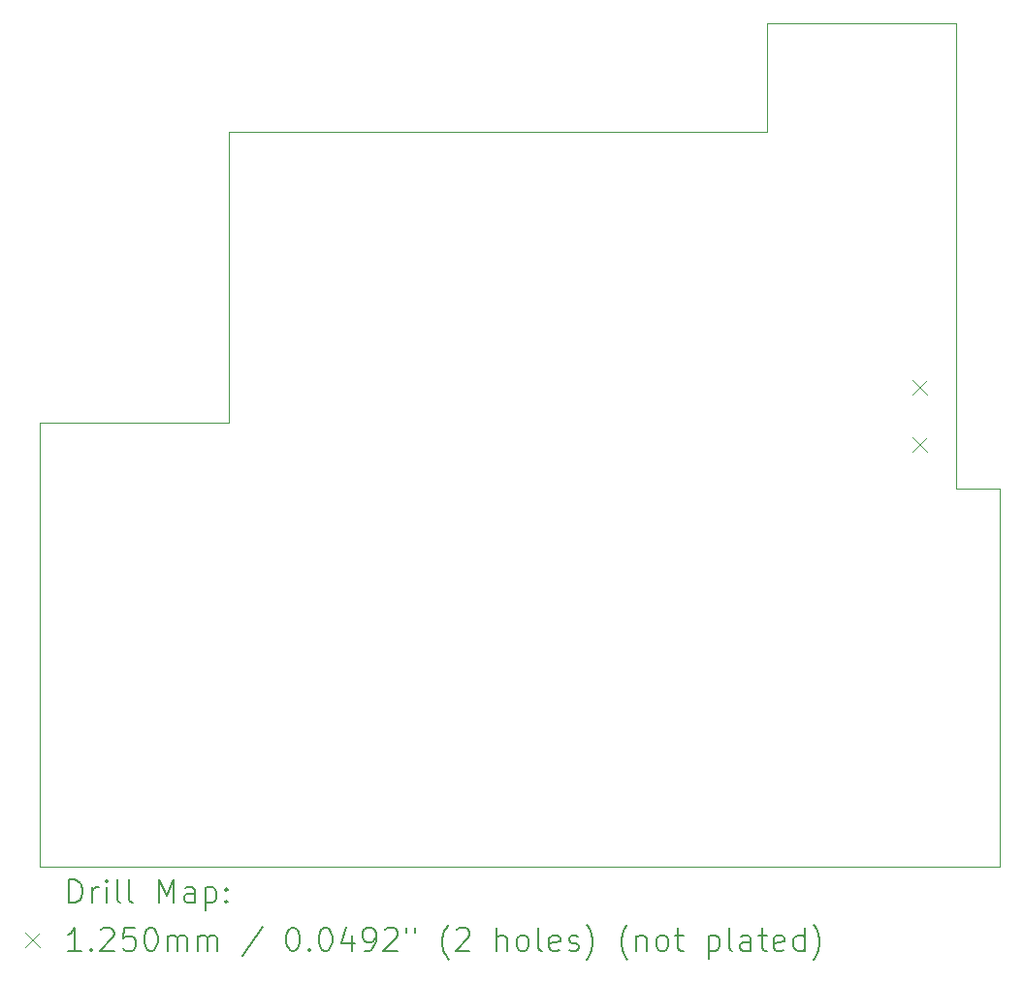
<source format=gbr>
%TF.GenerationSoftware,KiCad,Pcbnew,8.0.3*%
%TF.CreationDate,2024-10-26T03:20:41-07:00*%
%TF.ProjectId,test,74657374-2e6b-4696-9361-645f70636258,rev?*%
%TF.SameCoordinates,Original*%
%TF.FileFunction,Drillmap*%
%TF.FilePolarity,Positive*%
%FSLAX45Y45*%
G04 Gerber Fmt 4.5, Leading zero omitted, Abs format (unit mm)*
G04 Created by KiCad (PCBNEW 8.0.3) date 2024-10-26 03:20:41*
%MOMM*%
%LPD*%
G01*
G04 APERTURE LIST*
%ADD10C,0.050000*%
%ADD11C,0.200000*%
%ADD12C,0.125000*%
G04 APERTURE END LIST*
D10*
X20383500Y-10477500D02*
X20764500Y-10477500D01*
X20764500Y-13779500D01*
X12382500Y-13779500D01*
X12382500Y-9906000D01*
X14033500Y-9906000D01*
X14033500Y-7366000D01*
X18732500Y-7366000D01*
X18732500Y-6413500D01*
X20383500Y-6413500D01*
X20383500Y-10477500D01*
D11*
D12*
X20003500Y-9530000D02*
X20128500Y-9655000D01*
X20128500Y-9530000D02*
X20003500Y-9655000D01*
X20003500Y-10030000D02*
X20128500Y-10155000D01*
X20128500Y-10030000D02*
X20003500Y-10155000D01*
D11*
X12640777Y-14093484D02*
X12640777Y-13893484D01*
X12640777Y-13893484D02*
X12688396Y-13893484D01*
X12688396Y-13893484D02*
X12716967Y-13903008D01*
X12716967Y-13903008D02*
X12736015Y-13922055D01*
X12736015Y-13922055D02*
X12745539Y-13941103D01*
X12745539Y-13941103D02*
X12755062Y-13979198D01*
X12755062Y-13979198D02*
X12755062Y-14007769D01*
X12755062Y-14007769D02*
X12745539Y-14045865D01*
X12745539Y-14045865D02*
X12736015Y-14064912D01*
X12736015Y-14064912D02*
X12716967Y-14083960D01*
X12716967Y-14083960D02*
X12688396Y-14093484D01*
X12688396Y-14093484D02*
X12640777Y-14093484D01*
X12840777Y-14093484D02*
X12840777Y-13960150D01*
X12840777Y-13998246D02*
X12850301Y-13979198D01*
X12850301Y-13979198D02*
X12859824Y-13969674D01*
X12859824Y-13969674D02*
X12878872Y-13960150D01*
X12878872Y-13960150D02*
X12897920Y-13960150D01*
X12964586Y-14093484D02*
X12964586Y-13960150D01*
X12964586Y-13893484D02*
X12955062Y-13903008D01*
X12955062Y-13903008D02*
X12964586Y-13912531D01*
X12964586Y-13912531D02*
X12974110Y-13903008D01*
X12974110Y-13903008D02*
X12964586Y-13893484D01*
X12964586Y-13893484D02*
X12964586Y-13912531D01*
X13088396Y-14093484D02*
X13069348Y-14083960D01*
X13069348Y-14083960D02*
X13059824Y-14064912D01*
X13059824Y-14064912D02*
X13059824Y-13893484D01*
X13193158Y-14093484D02*
X13174110Y-14083960D01*
X13174110Y-14083960D02*
X13164586Y-14064912D01*
X13164586Y-14064912D02*
X13164586Y-13893484D01*
X13421729Y-14093484D02*
X13421729Y-13893484D01*
X13421729Y-13893484D02*
X13488396Y-14036341D01*
X13488396Y-14036341D02*
X13555062Y-13893484D01*
X13555062Y-13893484D02*
X13555062Y-14093484D01*
X13736015Y-14093484D02*
X13736015Y-13988722D01*
X13736015Y-13988722D02*
X13726491Y-13969674D01*
X13726491Y-13969674D02*
X13707443Y-13960150D01*
X13707443Y-13960150D02*
X13669348Y-13960150D01*
X13669348Y-13960150D02*
X13650301Y-13969674D01*
X13736015Y-14083960D02*
X13716967Y-14093484D01*
X13716967Y-14093484D02*
X13669348Y-14093484D01*
X13669348Y-14093484D02*
X13650301Y-14083960D01*
X13650301Y-14083960D02*
X13640777Y-14064912D01*
X13640777Y-14064912D02*
X13640777Y-14045865D01*
X13640777Y-14045865D02*
X13650301Y-14026817D01*
X13650301Y-14026817D02*
X13669348Y-14017293D01*
X13669348Y-14017293D02*
X13716967Y-14017293D01*
X13716967Y-14017293D02*
X13736015Y-14007769D01*
X13831253Y-13960150D02*
X13831253Y-14160150D01*
X13831253Y-13969674D02*
X13850301Y-13960150D01*
X13850301Y-13960150D02*
X13888396Y-13960150D01*
X13888396Y-13960150D02*
X13907443Y-13969674D01*
X13907443Y-13969674D02*
X13916967Y-13979198D01*
X13916967Y-13979198D02*
X13926491Y-13998246D01*
X13926491Y-13998246D02*
X13926491Y-14055388D01*
X13926491Y-14055388D02*
X13916967Y-14074436D01*
X13916967Y-14074436D02*
X13907443Y-14083960D01*
X13907443Y-14083960D02*
X13888396Y-14093484D01*
X13888396Y-14093484D02*
X13850301Y-14093484D01*
X13850301Y-14093484D02*
X13831253Y-14083960D01*
X14012205Y-14074436D02*
X14021729Y-14083960D01*
X14021729Y-14083960D02*
X14012205Y-14093484D01*
X14012205Y-14093484D02*
X14002682Y-14083960D01*
X14002682Y-14083960D02*
X14012205Y-14074436D01*
X14012205Y-14074436D02*
X14012205Y-14093484D01*
X14012205Y-13969674D02*
X14021729Y-13979198D01*
X14021729Y-13979198D02*
X14012205Y-13988722D01*
X14012205Y-13988722D02*
X14002682Y-13979198D01*
X14002682Y-13979198D02*
X14012205Y-13969674D01*
X14012205Y-13969674D02*
X14012205Y-13988722D01*
D12*
X12255000Y-14359500D02*
X12380000Y-14484500D01*
X12380000Y-14359500D02*
X12255000Y-14484500D01*
D11*
X12745539Y-14513484D02*
X12631253Y-14513484D01*
X12688396Y-14513484D02*
X12688396Y-14313484D01*
X12688396Y-14313484D02*
X12669348Y-14342055D01*
X12669348Y-14342055D02*
X12650301Y-14361103D01*
X12650301Y-14361103D02*
X12631253Y-14370627D01*
X12831253Y-14494436D02*
X12840777Y-14503960D01*
X12840777Y-14503960D02*
X12831253Y-14513484D01*
X12831253Y-14513484D02*
X12821729Y-14503960D01*
X12821729Y-14503960D02*
X12831253Y-14494436D01*
X12831253Y-14494436D02*
X12831253Y-14513484D01*
X12916967Y-14332531D02*
X12926491Y-14323008D01*
X12926491Y-14323008D02*
X12945539Y-14313484D01*
X12945539Y-14313484D02*
X12993158Y-14313484D01*
X12993158Y-14313484D02*
X13012205Y-14323008D01*
X13012205Y-14323008D02*
X13021729Y-14332531D01*
X13021729Y-14332531D02*
X13031253Y-14351579D01*
X13031253Y-14351579D02*
X13031253Y-14370627D01*
X13031253Y-14370627D02*
X13021729Y-14399198D01*
X13021729Y-14399198D02*
X12907443Y-14513484D01*
X12907443Y-14513484D02*
X13031253Y-14513484D01*
X13212205Y-14313484D02*
X13116967Y-14313484D01*
X13116967Y-14313484D02*
X13107443Y-14408722D01*
X13107443Y-14408722D02*
X13116967Y-14399198D01*
X13116967Y-14399198D02*
X13136015Y-14389674D01*
X13136015Y-14389674D02*
X13183634Y-14389674D01*
X13183634Y-14389674D02*
X13202682Y-14399198D01*
X13202682Y-14399198D02*
X13212205Y-14408722D01*
X13212205Y-14408722D02*
X13221729Y-14427769D01*
X13221729Y-14427769D02*
X13221729Y-14475388D01*
X13221729Y-14475388D02*
X13212205Y-14494436D01*
X13212205Y-14494436D02*
X13202682Y-14503960D01*
X13202682Y-14503960D02*
X13183634Y-14513484D01*
X13183634Y-14513484D02*
X13136015Y-14513484D01*
X13136015Y-14513484D02*
X13116967Y-14503960D01*
X13116967Y-14503960D02*
X13107443Y-14494436D01*
X13345539Y-14313484D02*
X13364586Y-14313484D01*
X13364586Y-14313484D02*
X13383634Y-14323008D01*
X13383634Y-14323008D02*
X13393158Y-14332531D01*
X13393158Y-14332531D02*
X13402682Y-14351579D01*
X13402682Y-14351579D02*
X13412205Y-14389674D01*
X13412205Y-14389674D02*
X13412205Y-14437293D01*
X13412205Y-14437293D02*
X13402682Y-14475388D01*
X13402682Y-14475388D02*
X13393158Y-14494436D01*
X13393158Y-14494436D02*
X13383634Y-14503960D01*
X13383634Y-14503960D02*
X13364586Y-14513484D01*
X13364586Y-14513484D02*
X13345539Y-14513484D01*
X13345539Y-14513484D02*
X13326491Y-14503960D01*
X13326491Y-14503960D02*
X13316967Y-14494436D01*
X13316967Y-14494436D02*
X13307443Y-14475388D01*
X13307443Y-14475388D02*
X13297920Y-14437293D01*
X13297920Y-14437293D02*
X13297920Y-14389674D01*
X13297920Y-14389674D02*
X13307443Y-14351579D01*
X13307443Y-14351579D02*
X13316967Y-14332531D01*
X13316967Y-14332531D02*
X13326491Y-14323008D01*
X13326491Y-14323008D02*
X13345539Y-14313484D01*
X13497920Y-14513484D02*
X13497920Y-14380150D01*
X13497920Y-14399198D02*
X13507443Y-14389674D01*
X13507443Y-14389674D02*
X13526491Y-14380150D01*
X13526491Y-14380150D02*
X13555063Y-14380150D01*
X13555063Y-14380150D02*
X13574110Y-14389674D01*
X13574110Y-14389674D02*
X13583634Y-14408722D01*
X13583634Y-14408722D02*
X13583634Y-14513484D01*
X13583634Y-14408722D02*
X13593158Y-14389674D01*
X13593158Y-14389674D02*
X13612205Y-14380150D01*
X13612205Y-14380150D02*
X13640777Y-14380150D01*
X13640777Y-14380150D02*
X13659824Y-14389674D01*
X13659824Y-14389674D02*
X13669348Y-14408722D01*
X13669348Y-14408722D02*
X13669348Y-14513484D01*
X13764586Y-14513484D02*
X13764586Y-14380150D01*
X13764586Y-14399198D02*
X13774110Y-14389674D01*
X13774110Y-14389674D02*
X13793158Y-14380150D01*
X13793158Y-14380150D02*
X13821729Y-14380150D01*
X13821729Y-14380150D02*
X13840777Y-14389674D01*
X13840777Y-14389674D02*
X13850301Y-14408722D01*
X13850301Y-14408722D02*
X13850301Y-14513484D01*
X13850301Y-14408722D02*
X13859824Y-14389674D01*
X13859824Y-14389674D02*
X13878872Y-14380150D01*
X13878872Y-14380150D02*
X13907443Y-14380150D01*
X13907443Y-14380150D02*
X13926491Y-14389674D01*
X13926491Y-14389674D02*
X13936015Y-14408722D01*
X13936015Y-14408722D02*
X13936015Y-14513484D01*
X14326491Y-14303960D02*
X14155063Y-14561103D01*
X14583634Y-14313484D02*
X14602682Y-14313484D01*
X14602682Y-14313484D02*
X14621729Y-14323008D01*
X14621729Y-14323008D02*
X14631253Y-14332531D01*
X14631253Y-14332531D02*
X14640777Y-14351579D01*
X14640777Y-14351579D02*
X14650301Y-14389674D01*
X14650301Y-14389674D02*
X14650301Y-14437293D01*
X14650301Y-14437293D02*
X14640777Y-14475388D01*
X14640777Y-14475388D02*
X14631253Y-14494436D01*
X14631253Y-14494436D02*
X14621729Y-14503960D01*
X14621729Y-14503960D02*
X14602682Y-14513484D01*
X14602682Y-14513484D02*
X14583634Y-14513484D01*
X14583634Y-14513484D02*
X14564586Y-14503960D01*
X14564586Y-14503960D02*
X14555063Y-14494436D01*
X14555063Y-14494436D02*
X14545539Y-14475388D01*
X14545539Y-14475388D02*
X14536015Y-14437293D01*
X14536015Y-14437293D02*
X14536015Y-14389674D01*
X14536015Y-14389674D02*
X14545539Y-14351579D01*
X14545539Y-14351579D02*
X14555063Y-14332531D01*
X14555063Y-14332531D02*
X14564586Y-14323008D01*
X14564586Y-14323008D02*
X14583634Y-14313484D01*
X14736015Y-14494436D02*
X14745539Y-14503960D01*
X14745539Y-14503960D02*
X14736015Y-14513484D01*
X14736015Y-14513484D02*
X14726491Y-14503960D01*
X14726491Y-14503960D02*
X14736015Y-14494436D01*
X14736015Y-14494436D02*
X14736015Y-14513484D01*
X14869348Y-14313484D02*
X14888396Y-14313484D01*
X14888396Y-14313484D02*
X14907444Y-14323008D01*
X14907444Y-14323008D02*
X14916967Y-14332531D01*
X14916967Y-14332531D02*
X14926491Y-14351579D01*
X14926491Y-14351579D02*
X14936015Y-14389674D01*
X14936015Y-14389674D02*
X14936015Y-14437293D01*
X14936015Y-14437293D02*
X14926491Y-14475388D01*
X14926491Y-14475388D02*
X14916967Y-14494436D01*
X14916967Y-14494436D02*
X14907444Y-14503960D01*
X14907444Y-14503960D02*
X14888396Y-14513484D01*
X14888396Y-14513484D02*
X14869348Y-14513484D01*
X14869348Y-14513484D02*
X14850301Y-14503960D01*
X14850301Y-14503960D02*
X14840777Y-14494436D01*
X14840777Y-14494436D02*
X14831253Y-14475388D01*
X14831253Y-14475388D02*
X14821729Y-14437293D01*
X14821729Y-14437293D02*
X14821729Y-14389674D01*
X14821729Y-14389674D02*
X14831253Y-14351579D01*
X14831253Y-14351579D02*
X14840777Y-14332531D01*
X14840777Y-14332531D02*
X14850301Y-14323008D01*
X14850301Y-14323008D02*
X14869348Y-14313484D01*
X15107444Y-14380150D02*
X15107444Y-14513484D01*
X15059825Y-14303960D02*
X15012206Y-14446817D01*
X15012206Y-14446817D02*
X15136015Y-14446817D01*
X15221729Y-14513484D02*
X15259825Y-14513484D01*
X15259825Y-14513484D02*
X15278872Y-14503960D01*
X15278872Y-14503960D02*
X15288396Y-14494436D01*
X15288396Y-14494436D02*
X15307444Y-14465865D01*
X15307444Y-14465865D02*
X15316967Y-14427769D01*
X15316967Y-14427769D02*
X15316967Y-14351579D01*
X15316967Y-14351579D02*
X15307444Y-14332531D01*
X15307444Y-14332531D02*
X15297920Y-14323008D01*
X15297920Y-14323008D02*
X15278872Y-14313484D01*
X15278872Y-14313484D02*
X15240777Y-14313484D01*
X15240777Y-14313484D02*
X15221729Y-14323008D01*
X15221729Y-14323008D02*
X15212206Y-14332531D01*
X15212206Y-14332531D02*
X15202682Y-14351579D01*
X15202682Y-14351579D02*
X15202682Y-14399198D01*
X15202682Y-14399198D02*
X15212206Y-14418246D01*
X15212206Y-14418246D02*
X15221729Y-14427769D01*
X15221729Y-14427769D02*
X15240777Y-14437293D01*
X15240777Y-14437293D02*
X15278872Y-14437293D01*
X15278872Y-14437293D02*
X15297920Y-14427769D01*
X15297920Y-14427769D02*
X15307444Y-14418246D01*
X15307444Y-14418246D02*
X15316967Y-14399198D01*
X15393158Y-14332531D02*
X15402682Y-14323008D01*
X15402682Y-14323008D02*
X15421729Y-14313484D01*
X15421729Y-14313484D02*
X15469348Y-14313484D01*
X15469348Y-14313484D02*
X15488396Y-14323008D01*
X15488396Y-14323008D02*
X15497920Y-14332531D01*
X15497920Y-14332531D02*
X15507444Y-14351579D01*
X15507444Y-14351579D02*
X15507444Y-14370627D01*
X15507444Y-14370627D02*
X15497920Y-14399198D01*
X15497920Y-14399198D02*
X15383634Y-14513484D01*
X15383634Y-14513484D02*
X15507444Y-14513484D01*
X15583634Y-14313484D02*
X15583634Y-14351579D01*
X15659825Y-14313484D02*
X15659825Y-14351579D01*
X15955063Y-14589674D02*
X15945539Y-14580150D01*
X15945539Y-14580150D02*
X15926491Y-14551579D01*
X15926491Y-14551579D02*
X15916968Y-14532531D01*
X15916968Y-14532531D02*
X15907444Y-14503960D01*
X15907444Y-14503960D02*
X15897920Y-14456341D01*
X15897920Y-14456341D02*
X15897920Y-14418246D01*
X15897920Y-14418246D02*
X15907444Y-14370627D01*
X15907444Y-14370627D02*
X15916968Y-14342055D01*
X15916968Y-14342055D02*
X15926491Y-14323008D01*
X15926491Y-14323008D02*
X15945539Y-14294436D01*
X15945539Y-14294436D02*
X15955063Y-14284912D01*
X16021729Y-14332531D02*
X16031253Y-14323008D01*
X16031253Y-14323008D02*
X16050301Y-14313484D01*
X16050301Y-14313484D02*
X16097920Y-14313484D01*
X16097920Y-14313484D02*
X16116968Y-14323008D01*
X16116968Y-14323008D02*
X16126491Y-14332531D01*
X16126491Y-14332531D02*
X16136015Y-14351579D01*
X16136015Y-14351579D02*
X16136015Y-14370627D01*
X16136015Y-14370627D02*
X16126491Y-14399198D01*
X16126491Y-14399198D02*
X16012206Y-14513484D01*
X16012206Y-14513484D02*
X16136015Y-14513484D01*
X16374110Y-14513484D02*
X16374110Y-14313484D01*
X16459825Y-14513484D02*
X16459825Y-14408722D01*
X16459825Y-14408722D02*
X16450301Y-14389674D01*
X16450301Y-14389674D02*
X16431253Y-14380150D01*
X16431253Y-14380150D02*
X16402682Y-14380150D01*
X16402682Y-14380150D02*
X16383634Y-14389674D01*
X16383634Y-14389674D02*
X16374110Y-14399198D01*
X16583634Y-14513484D02*
X16564587Y-14503960D01*
X16564587Y-14503960D02*
X16555063Y-14494436D01*
X16555063Y-14494436D02*
X16545539Y-14475388D01*
X16545539Y-14475388D02*
X16545539Y-14418246D01*
X16545539Y-14418246D02*
X16555063Y-14399198D01*
X16555063Y-14399198D02*
X16564587Y-14389674D01*
X16564587Y-14389674D02*
X16583634Y-14380150D01*
X16583634Y-14380150D02*
X16612206Y-14380150D01*
X16612206Y-14380150D02*
X16631253Y-14389674D01*
X16631253Y-14389674D02*
X16640777Y-14399198D01*
X16640777Y-14399198D02*
X16650301Y-14418246D01*
X16650301Y-14418246D02*
X16650301Y-14475388D01*
X16650301Y-14475388D02*
X16640777Y-14494436D01*
X16640777Y-14494436D02*
X16631253Y-14503960D01*
X16631253Y-14503960D02*
X16612206Y-14513484D01*
X16612206Y-14513484D02*
X16583634Y-14513484D01*
X16764587Y-14513484D02*
X16745539Y-14503960D01*
X16745539Y-14503960D02*
X16736015Y-14484912D01*
X16736015Y-14484912D02*
X16736015Y-14313484D01*
X16916968Y-14503960D02*
X16897920Y-14513484D01*
X16897920Y-14513484D02*
X16859825Y-14513484D01*
X16859825Y-14513484D02*
X16840777Y-14503960D01*
X16840777Y-14503960D02*
X16831253Y-14484912D01*
X16831253Y-14484912D02*
X16831253Y-14408722D01*
X16831253Y-14408722D02*
X16840777Y-14389674D01*
X16840777Y-14389674D02*
X16859825Y-14380150D01*
X16859825Y-14380150D02*
X16897920Y-14380150D01*
X16897920Y-14380150D02*
X16916968Y-14389674D01*
X16916968Y-14389674D02*
X16926492Y-14408722D01*
X16926492Y-14408722D02*
X16926492Y-14427769D01*
X16926492Y-14427769D02*
X16831253Y-14446817D01*
X17002682Y-14503960D02*
X17021730Y-14513484D01*
X17021730Y-14513484D02*
X17059825Y-14513484D01*
X17059825Y-14513484D02*
X17078873Y-14503960D01*
X17078873Y-14503960D02*
X17088396Y-14484912D01*
X17088396Y-14484912D02*
X17088396Y-14475388D01*
X17088396Y-14475388D02*
X17078873Y-14456341D01*
X17078873Y-14456341D02*
X17059825Y-14446817D01*
X17059825Y-14446817D02*
X17031253Y-14446817D01*
X17031253Y-14446817D02*
X17012206Y-14437293D01*
X17012206Y-14437293D02*
X17002682Y-14418246D01*
X17002682Y-14418246D02*
X17002682Y-14408722D01*
X17002682Y-14408722D02*
X17012206Y-14389674D01*
X17012206Y-14389674D02*
X17031253Y-14380150D01*
X17031253Y-14380150D02*
X17059825Y-14380150D01*
X17059825Y-14380150D02*
X17078873Y-14389674D01*
X17155063Y-14589674D02*
X17164587Y-14580150D01*
X17164587Y-14580150D02*
X17183634Y-14551579D01*
X17183634Y-14551579D02*
X17193158Y-14532531D01*
X17193158Y-14532531D02*
X17202682Y-14503960D01*
X17202682Y-14503960D02*
X17212206Y-14456341D01*
X17212206Y-14456341D02*
X17212206Y-14418246D01*
X17212206Y-14418246D02*
X17202682Y-14370627D01*
X17202682Y-14370627D02*
X17193158Y-14342055D01*
X17193158Y-14342055D02*
X17183634Y-14323008D01*
X17183634Y-14323008D02*
X17164587Y-14294436D01*
X17164587Y-14294436D02*
X17155063Y-14284912D01*
X17516968Y-14589674D02*
X17507444Y-14580150D01*
X17507444Y-14580150D02*
X17488396Y-14551579D01*
X17488396Y-14551579D02*
X17478873Y-14532531D01*
X17478873Y-14532531D02*
X17469349Y-14503960D01*
X17469349Y-14503960D02*
X17459825Y-14456341D01*
X17459825Y-14456341D02*
X17459825Y-14418246D01*
X17459825Y-14418246D02*
X17469349Y-14370627D01*
X17469349Y-14370627D02*
X17478873Y-14342055D01*
X17478873Y-14342055D02*
X17488396Y-14323008D01*
X17488396Y-14323008D02*
X17507444Y-14294436D01*
X17507444Y-14294436D02*
X17516968Y-14284912D01*
X17593158Y-14380150D02*
X17593158Y-14513484D01*
X17593158Y-14399198D02*
X17602682Y-14389674D01*
X17602682Y-14389674D02*
X17621730Y-14380150D01*
X17621730Y-14380150D02*
X17650301Y-14380150D01*
X17650301Y-14380150D02*
X17669349Y-14389674D01*
X17669349Y-14389674D02*
X17678873Y-14408722D01*
X17678873Y-14408722D02*
X17678873Y-14513484D01*
X17802682Y-14513484D02*
X17783634Y-14503960D01*
X17783634Y-14503960D02*
X17774111Y-14494436D01*
X17774111Y-14494436D02*
X17764587Y-14475388D01*
X17764587Y-14475388D02*
X17764587Y-14418246D01*
X17764587Y-14418246D02*
X17774111Y-14399198D01*
X17774111Y-14399198D02*
X17783634Y-14389674D01*
X17783634Y-14389674D02*
X17802682Y-14380150D01*
X17802682Y-14380150D02*
X17831254Y-14380150D01*
X17831254Y-14380150D02*
X17850301Y-14389674D01*
X17850301Y-14389674D02*
X17859825Y-14399198D01*
X17859825Y-14399198D02*
X17869349Y-14418246D01*
X17869349Y-14418246D02*
X17869349Y-14475388D01*
X17869349Y-14475388D02*
X17859825Y-14494436D01*
X17859825Y-14494436D02*
X17850301Y-14503960D01*
X17850301Y-14503960D02*
X17831254Y-14513484D01*
X17831254Y-14513484D02*
X17802682Y-14513484D01*
X17926492Y-14380150D02*
X18002682Y-14380150D01*
X17955063Y-14313484D02*
X17955063Y-14484912D01*
X17955063Y-14484912D02*
X17964587Y-14503960D01*
X17964587Y-14503960D02*
X17983634Y-14513484D01*
X17983634Y-14513484D02*
X18002682Y-14513484D01*
X18221730Y-14380150D02*
X18221730Y-14580150D01*
X18221730Y-14389674D02*
X18240777Y-14380150D01*
X18240777Y-14380150D02*
X18278873Y-14380150D01*
X18278873Y-14380150D02*
X18297920Y-14389674D01*
X18297920Y-14389674D02*
X18307444Y-14399198D01*
X18307444Y-14399198D02*
X18316968Y-14418246D01*
X18316968Y-14418246D02*
X18316968Y-14475388D01*
X18316968Y-14475388D02*
X18307444Y-14494436D01*
X18307444Y-14494436D02*
X18297920Y-14503960D01*
X18297920Y-14503960D02*
X18278873Y-14513484D01*
X18278873Y-14513484D02*
X18240777Y-14513484D01*
X18240777Y-14513484D02*
X18221730Y-14503960D01*
X18431254Y-14513484D02*
X18412206Y-14503960D01*
X18412206Y-14503960D02*
X18402682Y-14484912D01*
X18402682Y-14484912D02*
X18402682Y-14313484D01*
X18593158Y-14513484D02*
X18593158Y-14408722D01*
X18593158Y-14408722D02*
X18583635Y-14389674D01*
X18583635Y-14389674D02*
X18564587Y-14380150D01*
X18564587Y-14380150D02*
X18526492Y-14380150D01*
X18526492Y-14380150D02*
X18507444Y-14389674D01*
X18593158Y-14503960D02*
X18574111Y-14513484D01*
X18574111Y-14513484D02*
X18526492Y-14513484D01*
X18526492Y-14513484D02*
X18507444Y-14503960D01*
X18507444Y-14503960D02*
X18497920Y-14484912D01*
X18497920Y-14484912D02*
X18497920Y-14465865D01*
X18497920Y-14465865D02*
X18507444Y-14446817D01*
X18507444Y-14446817D02*
X18526492Y-14437293D01*
X18526492Y-14437293D02*
X18574111Y-14437293D01*
X18574111Y-14437293D02*
X18593158Y-14427769D01*
X18659825Y-14380150D02*
X18736015Y-14380150D01*
X18688396Y-14313484D02*
X18688396Y-14484912D01*
X18688396Y-14484912D02*
X18697920Y-14503960D01*
X18697920Y-14503960D02*
X18716968Y-14513484D01*
X18716968Y-14513484D02*
X18736015Y-14513484D01*
X18878873Y-14503960D02*
X18859825Y-14513484D01*
X18859825Y-14513484D02*
X18821730Y-14513484D01*
X18821730Y-14513484D02*
X18802682Y-14503960D01*
X18802682Y-14503960D02*
X18793158Y-14484912D01*
X18793158Y-14484912D02*
X18793158Y-14408722D01*
X18793158Y-14408722D02*
X18802682Y-14389674D01*
X18802682Y-14389674D02*
X18821730Y-14380150D01*
X18821730Y-14380150D02*
X18859825Y-14380150D01*
X18859825Y-14380150D02*
X18878873Y-14389674D01*
X18878873Y-14389674D02*
X18888396Y-14408722D01*
X18888396Y-14408722D02*
X18888396Y-14427769D01*
X18888396Y-14427769D02*
X18793158Y-14446817D01*
X19059825Y-14513484D02*
X19059825Y-14313484D01*
X19059825Y-14503960D02*
X19040777Y-14513484D01*
X19040777Y-14513484D02*
X19002682Y-14513484D01*
X19002682Y-14513484D02*
X18983635Y-14503960D01*
X18983635Y-14503960D02*
X18974111Y-14494436D01*
X18974111Y-14494436D02*
X18964587Y-14475388D01*
X18964587Y-14475388D02*
X18964587Y-14418246D01*
X18964587Y-14418246D02*
X18974111Y-14399198D01*
X18974111Y-14399198D02*
X18983635Y-14389674D01*
X18983635Y-14389674D02*
X19002682Y-14380150D01*
X19002682Y-14380150D02*
X19040777Y-14380150D01*
X19040777Y-14380150D02*
X19059825Y-14389674D01*
X19136016Y-14589674D02*
X19145539Y-14580150D01*
X19145539Y-14580150D02*
X19164587Y-14551579D01*
X19164587Y-14551579D02*
X19174111Y-14532531D01*
X19174111Y-14532531D02*
X19183635Y-14503960D01*
X19183635Y-14503960D02*
X19193158Y-14456341D01*
X19193158Y-14456341D02*
X19193158Y-14418246D01*
X19193158Y-14418246D02*
X19183635Y-14370627D01*
X19183635Y-14370627D02*
X19174111Y-14342055D01*
X19174111Y-14342055D02*
X19164587Y-14323008D01*
X19164587Y-14323008D02*
X19145539Y-14294436D01*
X19145539Y-14294436D02*
X19136016Y-14284912D01*
M02*

</source>
